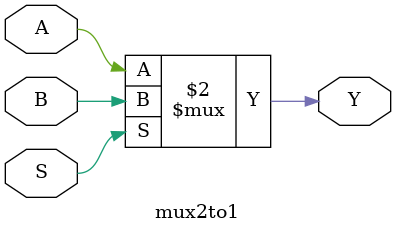
<source format=v>
module mux2to1 (
    input A,
    input B,
    input S,
    output Y
);

    // Select between A and B based on S
    assign Y = (S == 1'b0) ? A : B;

endmodule
</source>
